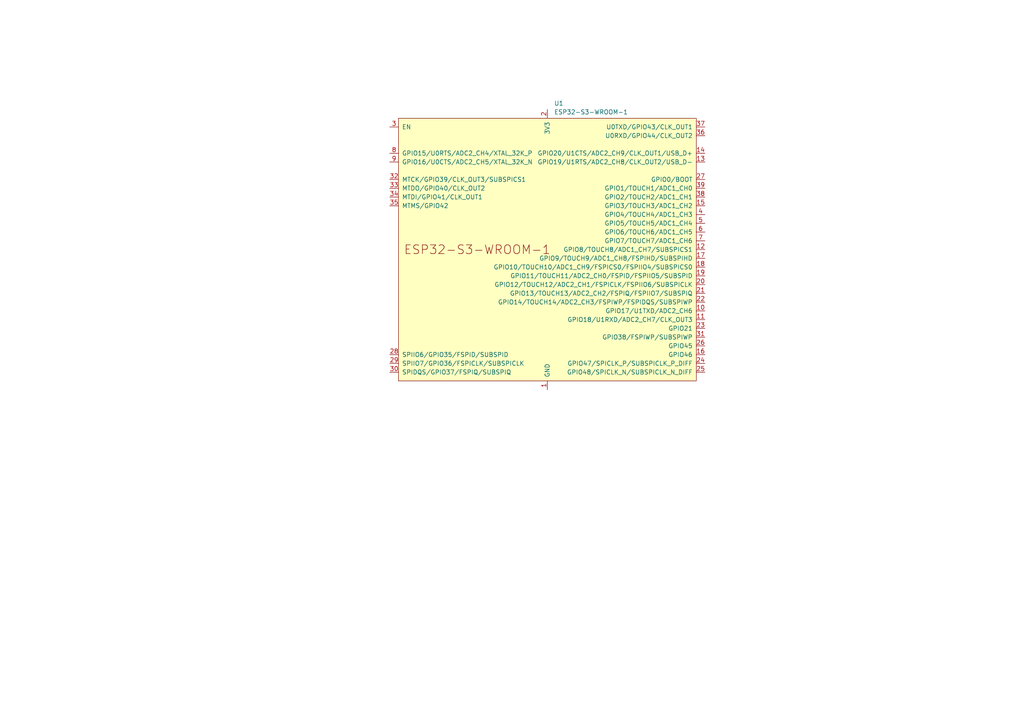
<source format=kicad_sch>
(kicad_sch (version 20230121) (generator eeschema)
  (paper "A4")
  (lib_symbols
    (symbol "espressif_github:ESP32-S3-WROOM-1" (pin_names (offset 1.016))
      (property "Reference" "U1" (at 1.9559 42.418 0))
      (property "Value" "ESP32-S3-WROOM-1" (at 1.9559 39.878 0))
      (symbol "ESP32-S3-WROOM-1_0_0"
        (text "ESP32-S3-WROOM-1" (at -20.32 0 0) (effects (font (size 2.54 2.54))))
        (pin power_in line (at 0 -40.64 90) (length 2.54) (name "GND") (number "1"))
        (pin bidirectional line (at 45.72 -17.78 180) (length 2.54) (name "GPIO17/U1TXD/ADC2_CH6") (number "10"))
        (pin bidirectional line (at 45.72 -20.32 180) (length 2.54) (name "GPIO18/U1RXD/ADC2_CH7/CLK_OUT3") (number "11"))
        (pin bidirectional line (at 45.72 0 180) (length 2.54) (name "GPIO8/TOUCH8/ADC1_CH7/SUBSPICS1") (number "12"))
        (pin bidirectional line (at 45.72 25.4 180) (length 2.54) (name "GPIO19/U1RTS/ADC2_CH8/CLK_OUT2/USB_D-") (number "13"))
        (pin bidirectional line (at 45.72 27.94 180) (length 2.54) (name "GPIO20/U1CTS/ADC2_CH9/CLK_OUT1/USB_D+") (number "14"))
        (pin bidirectional line (at 45.72 12.7 180) (length 2.54) (name "GPIO3/TOUCH3/ADC1_CH2") (number "15"))
        (pin bidirectional line (at 45.72 -30.48 180) (length 2.54) (name "GPIO46") (number "16"))
        (pin bidirectional line (at 45.72 -2.54 180) (length 2.54) (name "GPIO9/TOUCH9/ADC1_CH8/FSPIHD/SUBSPIHD") (number "17"))
        (pin bidirectional line (at 45.72 -5.08 180) (length 2.54) (name "GPIO10/TOUCH10/ADC1_CH9/FSPICS0/FSPIIO4/SUBSPICS0") (number "18"))
        (pin bidirectional line (at 45.72 -7.62 180) (length 2.54) (name "GPIO11/TOUCH11/ADC2_CH0/FSPID/FSPIIO5/SUBSPID") (number "19"))
        (pin power_in line (at 0 40.64 270) (length 2.54) (name "3V3") (number "2"))
        (pin bidirectional line (at 45.72 -10.16 180) (length 2.54) (name "GPIO12/TOUCH12/ADC2_CH1/FSPICLK/FSPIIO6/SUBSPICLK") (number "20"))
        (pin bidirectional line (at 45.72 -12.7 180) (length 2.54) (name "GPIO13/TOUCH13/ADC2_CH2/FSPIQ/FSPIIO7/SUBSPIQ") (number "21"))
        (pin bidirectional line (at 45.72 -15.24 180) (length 2.54) (name "GPIO14/TOUCH14/ADC2_CH3/FSPIWP/FSPIDQS/SUBSPIWP") (number "22"))
        (pin bidirectional line (at 45.72 -22.86 180) (length 2.54) (name "GPIO21") (number "23"))
        (pin bidirectional line (at 45.72 -33.02 180) (length 2.54) (name "GPIO47/SPICLK_P/SUBSPICLK_P_DIFF") (number "24"))
        (pin bidirectional line (at 45.72 -35.56 180) (length 2.54) (name "GPIO48/SPICLK_N/SUBSPICLK_N_DIFF") (number "25"))
        (pin bidirectional line (at 45.72 -27.94 180) (length 2.54) (name "GPIO45") (number "26"))
        (pin bidirectional line (at 45.72 20.32 180) (length 2.54) (name "GPIO0/BOOT") (number "27"))
        (pin bidirectional line (at -45.72 -30.48 0) (length 2.54) (name "SPIIO6/GPIO35/FSPID/SUBSPID") (number "28"))
        (pin bidirectional line (at -45.72 -33.02 0) (length 2.54) (name "SPIIO7/GPIO36/FSPICLK/SUBSPICLK") (number "29"))
        (pin input line (at -45.72 35.56 0) (length 2.54) (name "EN") (number "3"))
        (pin bidirectional line (at -45.72 -35.56 0) (length 2.54) (name "SPIDQS/GPIO37/FSPIQ/SUBSPIQ") (number "30"))
        (pin bidirectional line (at 45.72 -25.4 180) (length 2.54) (name "GPIO38/FSPIWP/SUBSPIWP") (number "31"))
        (pin bidirectional line (at -45.72 20.32 0) (length 2.54) (name "MTCK/GPIO39/CLK_OUT3/SUBSPICS1") (number "32"))
        (pin bidirectional line (at -45.72 17.78 0) (length 2.54) (name "MTDO/GPIO40/CLK_OUT2") (number "33"))
        (pin bidirectional line (at -45.72 15.24 0) (length 2.54) (name "MTDI/GPIO41/CLK_OUT1") (number "34"))
        (pin bidirectional line (at -45.72 12.7 0) (length 2.54) (name "MTMS/GPIO42") (number "35"))
        (pin bidirectional line (at 45.72 33.02 180) (length 2.54) (name "U0RXD/GPIO44/CLK_OUT2") (number "36"))
        (pin bidirectional line (at 45.72 35.56 180) (length 2.54) (name "U0TXD/GPIO43/CLK_OUT1") (number "37"))
        (pin bidirectional line (at 45.72 15.24 180) (length 2.54) (name "GPIO2/TOUCH2/ADC1_CH1") (number "38"))
        (pin bidirectional line (at 45.72 17.78 180) (length 2.54) (name "GPIO1/TOUCH1/ADC1_CH0") (number "39"))
        (pin bidirectional line (at 45.72 10.16 180) (length 2.54) (name "GPIO4/TOUCH4/ADC1_CH3") (number "4"))
        (pin passive line (at 0 -40.64 90) (length 2.54) hide (name "GND") (number "40"))
        (pin passive line (at 0 -40.64 90) (length 2.54) hide (name "GND") (number "41"))
        (pin bidirectional line (at 45.72 7.62 180) (length 2.54) (name "GPIO5/TOUCH5/ADC1_CH4") (number "5"))
        (pin bidirectional line (at 45.72 5.08 180) (length 2.54) (name "GPIO6/TOUCH6/ADC1_CH5") (number "6"))
        (pin bidirectional line (at 45.72 2.54 180) (length 2.54) (name "GPIO7/TOUCH7/ADC1_CH6") (number "7"))
        (pin bidirectional line (at -45.72 27.94 0) (length 2.54) (name "GPIO15/U0RTS/ADC2_CH4/XTAL_32K_P") (number "8"))
        (pin bidirectional line (at -45.72 25.4 0) (length 2.54) (name "GPIO16/U0CTS/ADC2_CH5/XTAL_32K_N") (number "9"))
      )
      (symbol "ESP32-S3-WROOM-1_0_1"
        (rectangle (start -43.18 38.1) (end 43.18 -38.1) (fill (type background)))
      )
    )
  )
  (symbol (lib_id "espressif_github:ESP32-S3-WROOM-1") (at 158.75 72.39 0) (unit 1)
    (property "Reference" "U1" (at 160.7059 29.972 0) (effects (justify left)))
    (property "Value" "ESP32-S3-WROOM-1" (at 160.7059 32.512 0) (effects (justify left)))
    (property "Footprint" "espressif_github:ESP32-S3-WROOM-1" (effects hide))
    (property "Datasheet" "https://www.espressif.com/sites/default/files/documentation/esp32-s3-wroom-1_wroom-1u_datasheet_en.pdf" (effects hide))
  )
)
</source>
